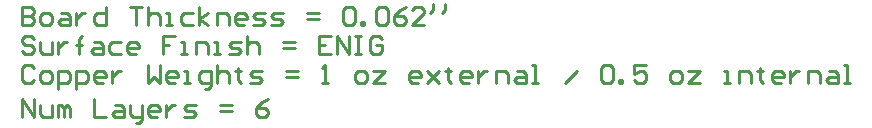
<source format=gm1>
G04*
G04 #@! TF.GenerationSoftware,Altium Limited,Altium Designer,20.2.6 (244)*
G04*
G04 Layer_Color=16711935*
%FSLAX25Y25*%
%MOIN*%
G70*
G04*
G04 #@! TF.SameCoordinates,E73447B6-61B4-4EEF-956E-7A2C62B3FEF5*
G04*
G04*
G04 #@! TF.FilePolarity,Positive*
G04*
G01*
G75*
%ADD10C,0.01000*%
D10*
X93000Y29900D02*
Y23902D01*
X95999D01*
X96999Y24902D01*
Y25902D01*
X95999Y26901D01*
X93000D01*
X95999D01*
X96999Y27901D01*
Y28901D01*
X95999Y29900D01*
X93000D01*
X99998Y23902D02*
X101997D01*
X102997Y24902D01*
Y26901D01*
X101997Y27901D01*
X99998D01*
X98998Y26901D01*
Y24902D01*
X99998Y23902D01*
X105996Y27901D02*
X107995D01*
X108995Y26901D01*
Y23902D01*
X105996D01*
X104996Y24902D01*
X105996Y25902D01*
X108995D01*
X110994Y27901D02*
Y23902D01*
Y25902D01*
X111994Y26901D01*
X112994Y27901D01*
X113993D01*
X120991Y29900D02*
Y23902D01*
X117992D01*
X116992Y24902D01*
Y26901D01*
X117992Y27901D01*
X120991D01*
X128988Y29900D02*
X132987D01*
X130988D01*
Y23902D01*
X134986Y29900D02*
Y23902D01*
Y26901D01*
X135986Y27901D01*
X137985D01*
X138985Y26901D01*
Y23902D01*
X140984D02*
X142984D01*
X141984D01*
Y27901D01*
X140984D01*
X149982D02*
X146983D01*
X145983Y26901D01*
Y24902D01*
X146983Y23902D01*
X149982D01*
X151981D02*
Y29900D01*
Y25902D02*
X154980Y27901D01*
X151981Y25902D02*
X154980Y23902D01*
X157979D02*
Y27901D01*
X160978D01*
X161978Y26901D01*
Y23902D01*
X166976D02*
X164977D01*
X163977Y24902D01*
Y26901D01*
X164977Y27901D01*
X166976D01*
X167976Y26901D01*
Y25902D01*
X163977D01*
X169975Y23902D02*
X172974D01*
X173974Y24902D01*
X172974Y25902D01*
X170975D01*
X169975Y26901D01*
X170975Y27901D01*
X173974D01*
X175973Y23902D02*
X178972D01*
X179972Y24902D01*
X178972Y25902D01*
X176973D01*
X175973Y26901D01*
X176973Y27901D01*
X179972D01*
X187969Y25902D02*
X191968D01*
X187969Y27901D02*
X191968D01*
X199965Y28901D02*
X200965Y29900D01*
X202964D01*
X203964Y28901D01*
Y24902D01*
X202964Y23902D01*
X200965D01*
X199965Y24902D01*
Y28901D01*
X205963Y23902D02*
Y24902D01*
X206963D01*
Y23902D01*
X205963D01*
X210962Y28901D02*
X211962Y29900D01*
X213961D01*
X214961Y28901D01*
Y24902D01*
X213961Y23902D01*
X211962D01*
X210962Y24902D01*
Y28901D01*
X220959Y29900D02*
X218959Y28901D01*
X216960Y26901D01*
Y24902D01*
X217960Y23902D01*
X219959D01*
X220959Y24902D01*
Y25902D01*
X219959Y26901D01*
X216960D01*
X226957Y23902D02*
X222958D01*
X226957Y27901D01*
Y28901D01*
X225957Y29900D01*
X223958D01*
X222958Y28901D01*
X229956Y30900D02*
Y28901D01*
X228956Y27901D01*
X233954Y30900D02*
Y28901D01*
X232955Y27901D01*
X96999Y19303D02*
X95999Y20303D01*
X94000D01*
X93000Y19303D01*
Y18303D01*
X94000Y17304D01*
X95999D01*
X96999Y16304D01*
Y15304D01*
X95999Y14305D01*
X94000D01*
X93000Y15304D01*
X98998Y18303D02*
Y15304D01*
X99998Y14305D01*
X102997D01*
Y18303D01*
X104996D02*
Y14305D01*
Y16304D01*
X105996Y17304D01*
X106995Y18303D01*
X107995D01*
X111994Y14305D02*
Y19303D01*
Y17304D01*
X110994D01*
X112994D01*
X111994D01*
Y19303D01*
X112994Y20303D01*
X116992Y18303D02*
X118992D01*
X119991Y17304D01*
Y14305D01*
X116992D01*
X115993Y15304D01*
X116992Y16304D01*
X119991D01*
X125989Y18303D02*
X122990D01*
X121991Y17304D01*
Y15304D01*
X122990Y14305D01*
X125989D01*
X130988D02*
X128988D01*
X127989Y15304D01*
Y17304D01*
X128988Y18303D01*
X130988D01*
X131987Y17304D01*
Y16304D01*
X127989D01*
X143983Y20303D02*
X139985D01*
Y17304D01*
X141984D01*
X139985D01*
Y14305D01*
X145983D02*
X147982D01*
X146983D01*
Y18303D01*
X145983D01*
X150981Y14305D02*
Y18303D01*
X153980D01*
X154980Y17304D01*
Y14305D01*
X156979D02*
X158979D01*
X157979D01*
Y18303D01*
X156979D01*
X161978Y14305D02*
X164977D01*
X165976Y15304D01*
X164977Y16304D01*
X162977D01*
X161978Y17304D01*
X162977Y18303D01*
X165976D01*
X167976Y20303D02*
Y14305D01*
Y17304D01*
X168975Y18303D01*
X170975D01*
X171975Y17304D01*
Y14305D01*
X179972Y16304D02*
X183971D01*
X179972Y18303D02*
X183971D01*
X195967Y20303D02*
X191968D01*
Y14305D01*
X195967D01*
X191968Y17304D02*
X193967D01*
X197966Y14305D02*
Y20303D01*
X201965Y14305D01*
Y20303D01*
X203964D02*
X205963D01*
X204964D01*
Y14305D01*
X203964D01*
X205963D01*
X212961Y19303D02*
X211962Y20303D01*
X209962D01*
X208962Y19303D01*
Y15304D01*
X209962Y14305D01*
X211962D01*
X212961Y15304D01*
Y17304D01*
X210962D01*
X96999Y9705D02*
X95999Y10705D01*
X94000D01*
X93000Y9705D01*
Y5707D01*
X94000Y4707D01*
X95999D01*
X96999Y5707D01*
X99998Y4707D02*
X101997D01*
X102997Y5707D01*
Y7706D01*
X101997Y8706D01*
X99998D01*
X98998Y7706D01*
Y5707D01*
X99998Y4707D01*
X104996Y2708D02*
Y8706D01*
X107995D01*
X108995Y7706D01*
Y5707D01*
X107995Y4707D01*
X104996D01*
X110994Y2708D02*
Y8706D01*
X113993D01*
X114993Y7706D01*
Y5707D01*
X113993Y4707D01*
X110994D01*
X119991D02*
X117992D01*
X116992Y5707D01*
Y7706D01*
X117992Y8706D01*
X119991D01*
X120991Y7706D01*
Y6706D01*
X116992D01*
X122990Y8706D02*
Y4707D01*
Y6706D01*
X123990Y7706D01*
X124990Y8706D01*
X125989D01*
X134986Y10705D02*
Y4707D01*
X136986Y6706D01*
X138985Y4707D01*
Y10705D01*
X143983Y4707D02*
X141984D01*
X140984Y5707D01*
Y7706D01*
X141984Y8706D01*
X143983D01*
X144983Y7706D01*
Y6706D01*
X140984D01*
X146983Y4707D02*
X148982D01*
X147982D01*
Y8706D01*
X146983D01*
X153980Y2708D02*
X154980D01*
X155980Y3707D01*
Y8706D01*
X152981D01*
X151981Y7706D01*
Y5707D01*
X152981Y4707D01*
X155980D01*
X157979Y10705D02*
Y4707D01*
Y7706D01*
X158979Y8706D01*
X160978D01*
X161978Y7706D01*
Y4707D01*
X164977Y9705D02*
Y8706D01*
X163977D01*
X165976D01*
X164977D01*
Y5707D01*
X165976Y4707D01*
X168975D02*
X171975D01*
X172974Y5707D01*
X171975Y6706D01*
X169975D01*
X168975Y7706D01*
X169975Y8706D01*
X172974D01*
X180972Y6706D02*
X184970D01*
X180972Y8706D02*
X184970D01*
X192968Y4707D02*
X194967D01*
X193967D01*
Y10705D01*
X192968Y9705D01*
X204964Y4707D02*
X206963D01*
X207963Y5707D01*
Y7706D01*
X206963Y8706D01*
X204964D01*
X203964Y7706D01*
Y5707D01*
X204964Y4707D01*
X209962Y8706D02*
X213961D01*
X209962Y4707D01*
X213961D01*
X224957D02*
X222958D01*
X221958Y5707D01*
Y7706D01*
X222958Y8706D01*
X224957D01*
X225957Y7706D01*
Y6706D01*
X221958D01*
X227956Y8706D02*
X231955Y4707D01*
X229956Y6706D01*
X231955Y8706D01*
X227956Y4707D01*
X234954Y9705D02*
Y8706D01*
X233954D01*
X235954D01*
X234954D01*
Y5707D01*
X235954Y4707D01*
X241952D02*
X239952D01*
X238953Y5707D01*
Y7706D01*
X239952Y8706D01*
X241952D01*
X242951Y7706D01*
Y6706D01*
X238953D01*
X244951Y8706D02*
Y4707D01*
Y6706D01*
X245951Y7706D01*
X246950Y8706D01*
X247950D01*
X250949Y4707D02*
Y8706D01*
X253948D01*
X254948Y7706D01*
Y4707D01*
X257947Y8706D02*
X259946D01*
X260946Y7706D01*
Y4707D01*
X257947D01*
X256947Y5707D01*
X257947Y6706D01*
X260946D01*
X262945Y4707D02*
X264944D01*
X263945D01*
Y10705D01*
X262945D01*
X273941Y4707D02*
X277940Y8706D01*
X285938Y9705D02*
X286937Y10705D01*
X288937D01*
X289936Y9705D01*
Y5707D01*
X288937Y4707D01*
X286937D01*
X285938Y5707D01*
Y9705D01*
X291936Y4707D02*
Y5707D01*
X292935D01*
Y4707D01*
X291936D01*
X300933Y10705D02*
X296934D01*
Y7706D01*
X298933Y8706D01*
X299933D01*
X300933Y7706D01*
Y5707D01*
X299933Y4707D01*
X297934D01*
X296934Y5707D01*
X309930Y4707D02*
X311929D01*
X312929Y5707D01*
Y7706D01*
X311929Y8706D01*
X309930D01*
X308930Y7706D01*
Y5707D01*
X309930Y4707D01*
X314928Y8706D02*
X318927D01*
X314928Y4707D01*
X318927D01*
X326924D02*
X328924D01*
X327924D01*
Y8706D01*
X326924D01*
X331923Y4707D02*
Y8706D01*
X334922D01*
X335921Y7706D01*
Y4707D01*
X338920Y9705D02*
Y8706D01*
X337921D01*
X339920D01*
X338920D01*
Y5707D01*
X339920Y4707D01*
X345918D02*
X343919D01*
X342919Y5707D01*
Y7706D01*
X343919Y8706D01*
X345918D01*
X346918Y7706D01*
Y6706D01*
X342919D01*
X348917Y8706D02*
Y4707D01*
Y6706D01*
X349917Y7706D01*
X350917Y8706D01*
X351916D01*
X354915Y4707D02*
Y8706D01*
X357914D01*
X358914Y7706D01*
Y4707D01*
X361913Y8706D02*
X363912D01*
X364912Y7706D01*
Y4707D01*
X361913D01*
X360913Y5707D01*
X361913Y6706D01*
X364912D01*
X366911Y4707D02*
X368911D01*
X367911D01*
Y10705D01*
X366911D01*
X93000Y-6890D02*
Y-892D01*
X96999Y-6890D01*
Y-892D01*
X98998Y-2891D02*
Y-5890D01*
X99998Y-6890D01*
X102997D01*
Y-2891D01*
X104996Y-6890D02*
Y-2891D01*
X105996D01*
X106995Y-3891D01*
Y-6890D01*
Y-3891D01*
X107995Y-2891D01*
X108995Y-3891D01*
Y-6890D01*
X116992Y-892D02*
Y-6890D01*
X120991D01*
X123990Y-2891D02*
X125989D01*
X126989Y-3891D01*
Y-6890D01*
X123990D01*
X122990Y-5890D01*
X123990Y-4891D01*
X126989D01*
X128988Y-2891D02*
Y-5890D01*
X129988Y-6890D01*
X132987D01*
Y-7890D01*
X131987Y-8889D01*
X130988D01*
X132987Y-6890D02*
Y-2891D01*
X137985Y-6890D02*
X135986D01*
X134986Y-5890D01*
Y-3891D01*
X135986Y-2891D01*
X137985D01*
X138985Y-3891D01*
Y-4891D01*
X134986D01*
X140984Y-2891D02*
Y-6890D01*
Y-4891D01*
X141984Y-3891D01*
X142984Y-2891D01*
X143983D01*
X146983Y-6890D02*
X149982D01*
X150981Y-5890D01*
X149982Y-4891D01*
X147982D01*
X146983Y-3891D01*
X147982Y-2891D01*
X150981D01*
X158979Y-4891D02*
X162977D01*
X158979Y-2891D02*
X162977D01*
X174973Y-892D02*
X172974Y-1892D01*
X170975Y-3891D01*
Y-5890D01*
X171975Y-6890D01*
X173974D01*
X174973Y-5890D01*
Y-4891D01*
X173974Y-3891D01*
X170975D01*
M02*

</source>
